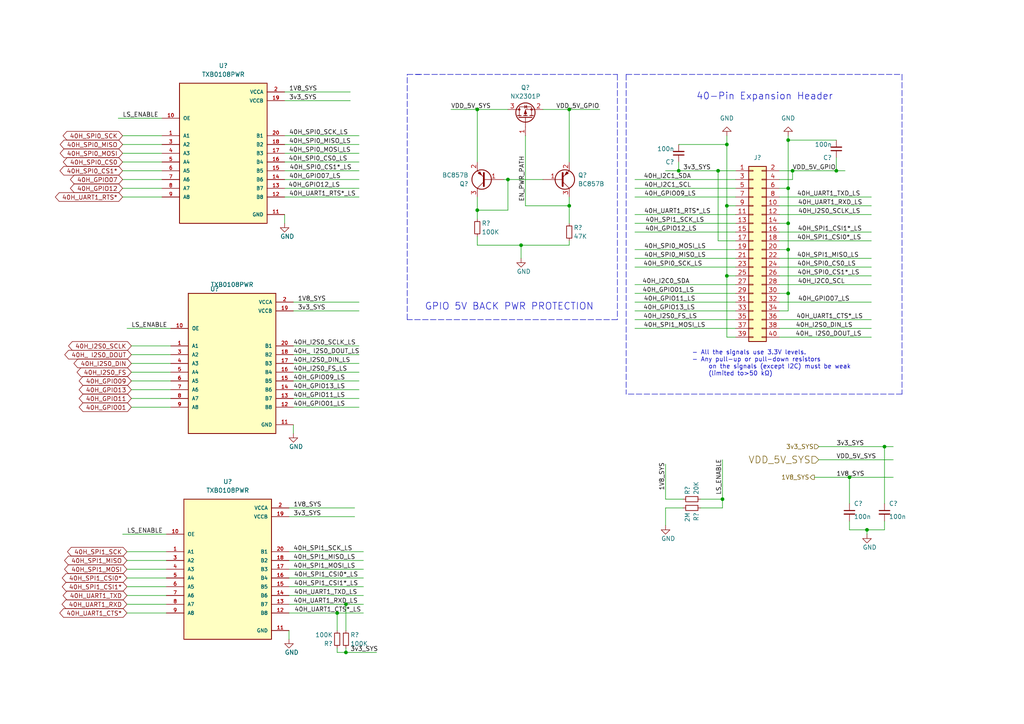
<source format=kicad_sch>
(kicad_sch (version 20211123) (generator eeschema)
  (paper "A4")
  (lib_symbols
    (symbol "Connector_Generic:Conn_02x20_Odd_Even" (pin_names (offset 1.016) hide)
      (property "Reference" "J" (at 1.27 25.4 0))
      (property "Value" "Conn_02x20_Odd_Even" (at 1.27 -27.94 0))
      (symbol "Conn_02x20_Odd_Even_1_1"
        (rectangle (start -1.27 -25.273) (end 0 -25.527) (stroke (width 0.1524)))
        (rectangle (start -1.27 -22.733) (end 0 -22.987) (stroke (width 0.1524)))
        (rectangle (start -1.27 -20.193) (end 0 -20.447) (stroke (width 0.1524)))
        (rectangle (start -1.27 -17.653) (end 0 -17.907) (stroke (width 0.1524)))
        (rectangle (start -1.27 -15.113) (end 0 -15.367) (stroke (width 0.1524)))
        (rectangle (start -1.27 -12.573) (end 0 -12.827) (stroke (width 0.1524)))
        (rectangle (start -1.27 -10.033) (end 0 -10.287) (stroke (width 0.1524)))
        (rectangle (start -1.27 -7.493) (end 0 -7.747) (stroke (width 0.1524)))
        (rectangle (start -1.27 -4.953) (end 0 -5.207) (stroke (width 0.1524)))
        (rectangle (start -1.27 -2.413) (end 0 -2.667) (stroke (width 0.1524)))
        (rectangle (start -1.27 0.127) (end 0 -0.127) (stroke (width 0.1524)))
        (rectangle (start -1.27 2.667) (end 0 2.413) (stroke (width 0.1524)))
        (rectangle (start -1.27 5.207) (end 0 4.953) (stroke (width 0.1524)))
        (rectangle (start -1.27 7.747) (end 0 7.493) (stroke (width 0.1524)))
        (rectangle (start -1.27 10.287) (end 0 10.033) (stroke (width 0.1524)))
        (rectangle (start -1.27 12.827) (end 0 12.573) (stroke (width 0.1524)))
        (rectangle (start -1.27 15.367) (end 0 15.113) (stroke (width 0.1524)))
        (rectangle (start -1.27 17.907) (end 0 17.653) (stroke (width 0.1524)))
        (rectangle (start -1.27 20.447) (end 0 20.193) (stroke (width 0.1524)))
        (rectangle (start -1.27 22.987) (end 0 22.733) (stroke (width 0.1524)))
        (rectangle (start -1.27 24.13) (end 3.81 -26.67) (stroke (width 0.254)) (fill (type background)))
        (rectangle (start 3.81 -25.273) (end 2.54 -25.527) (stroke (width 0.1524)))
        (rectangle (start 3.81 -22.733) (end 2.54 -22.987) (stroke (width 0.1524)))
        (rectangle (start 3.81 -20.193) (end 2.54 -20.447) (stroke (width 0.1524)))
        (rectangle (start 3.81 -17.653) (end 2.54 -17.907) (stroke (width 0.1524)))
        (rectangle (start 3.81 -15.113) (end 2.54 -15.367) (stroke (width 0.1524)))
        (rectangle (start 3.81 -12.573) (end 2.54 -12.827) (stroke (width 0.1524)))
        (rectangle (start 3.81 -10.033) (end 2.54 -10.287) (stroke (width 0.1524)))
        (rectangle (start 3.81 -7.493) (end 2.54 -7.747) (stroke (width 0.1524)))
        (rectangle (start 3.81 -4.953) (end 2.54 -5.207) (stroke (width 0.1524)))
        (rectangle (start 3.81 -2.413) (end 2.54 -2.667) (stroke (width 0.1524)))
        (rectangle (start 3.81 0.127) (end 2.54 -0.127) (stroke (width 0.1524)))
        (rectangle (start 3.81 2.667) (end 2.54 2.413) (stroke (width 0.1524)))
        (rectangle (start 3.81 5.207) (end 2.54 4.953) (stroke (width 0.1524)))
        (rectangle (start 3.81 7.747) (end 2.54 7.493) (stroke (width 0.1524)))
        (rectangle (start 3.81 10.287) (end 2.54 10.033) (stroke (width 0.1524)))
        (rectangle (start 3.81 12.827) (end 2.54 12.573) (stroke (width 0.1524)))
        (rectangle (start 3.81 15.367) (end 2.54 15.113) (stroke (width 0.1524)))
        (rectangle (start 3.81 17.907) (end 2.54 17.653) (stroke (width 0.1524)))
        (rectangle (start 3.81 20.447) (end 2.54 20.193) (stroke (width 0.1524)))
        (rectangle (start 3.81 22.987) (end 2.54 22.733) (stroke (width 0.1524)))
        (pin passive line (at -5.08 22.86 0) (length 3.81) (name "Pin_1") (number "1"))
        (pin passive line (at 7.62 12.7 180) (length 3.81) (name "Pin_10") (number "10"))
        (pin passive line (at -5.08 10.16 0) (length 3.81) (name "Pin_11") (number "11"))
        (pin passive line (at 7.62 10.16 180) (length 3.81) (name "Pin_12") (number "12"))
        (pin passive line (at -5.08 7.62 0) (length 3.81) (name "Pin_13") (number "13"))
        (pin passive line (at 7.62 7.62 180) (length 3.81) (name "Pin_14") (number "14"))
        (pin passive line (at -5.08 5.08 0) (length 3.81) (name "Pin_15") (number "15"))
        (pin passive line (at 7.62 5.08 180) (length 3.81) (name "Pin_16") (number "16"))
        (pin passive line (at -5.08 2.54 0) (length 3.81) (name "Pin_17") (number "17"))
        (pin passive line (at 7.62 2.54 180) (length 3.81) (name "Pin_18") (number "18"))
        (pin passive line (at -5.08 0 0) (length 3.81) (name "Pin_19") (number "19"))
        (pin passive line (at 7.62 22.86 180) (length 3.81) (name "Pin_2") (number "2"))
        (pin passive line (at 7.62 0 180) (length 3.81) (name "Pin_20") (number "20"))
        (pin passive line (at -5.08 -2.54 0) (length 3.81) (name "Pin_21") (number "21"))
        (pin passive line (at 7.62 -2.54 180) (length 3.81) (name "Pin_22") (number "22"))
        (pin passive line (at -5.08 -5.08 0) (length 3.81) (name "Pin_23") (number "23"))
        (pin passive line (at 7.62 -5.08 180) (length 3.81) (name "Pin_24") (number "24"))
        (pin passive line (at -5.08 -7.62 0) (length 3.81) (name "Pin_25") (number "25"))
        (pin passive line (at 7.62 -7.62 180) (length 3.81) (name "Pin_26") (number "26"))
        (pin passive line (at -5.08 -10.16 0) (length 3.81) (name "Pin_27") (number "27"))
        (pin passive line (at 7.62 -10.16 180) (length 3.81) (name "Pin_28") (number "28"))
        (pin passive line (at -5.08 -12.7 0) (length 3.81) (name "Pin_29") (number "29"))
        (pin passive line (at -5.08 20.32 0) (length 3.81) (name "Pin_3") (number "3"))
        (pin passive line (at 7.62 -12.7 180) (length 3.81) (name "Pin_30") (number "30"))
        (pin passive line (at -5.08 -15.24 0) (length 3.81) (name "Pin_31") (number "31"))
        (pin passive line (at 7.62 -15.24 180) (length 3.81) (name "Pin_32") (number "32"))
        (pin passive line (at -5.08 -17.78 0) (length 3.81) (name "Pin_33") (number "33"))
        (pin passive line (at 7.62 -17.78 180) (length 3.81) (name "Pin_34") (number "34"))
        (pin passive line (at -5.08 -20.32 0) (length 3.81) (name "Pin_35") (number "35"))
        (pin passive line (at 7.62 -20.32 180) (length 3.81) (name "Pin_36") (number "36"))
        (pin passive line (at -5.08 -22.86 0) (length 3.81) (name "Pin_37") (number "37"))
        (pin passive line (at 7.62 -22.86 180) (length 3.81) (name "Pin_38") (number "38"))
        (pin passive line (at -5.08 -25.4 0) (length 3.81) (name "Pin_39") (number "39"))
        (pin passive line (at 7.62 20.32 180) (length 3.81) (name "Pin_4") (number "4"))
        (pin passive line (at 7.62 -25.4 180) (length 3.81) (name "Pin_40") (number "40"))
        (pin passive line (at -5.08 17.78 0) (length 3.81) (name "Pin_5") (number "5"))
        (pin passive line (at 7.62 17.78 180) (length 3.81) (name "Pin_6") (number "6"))
        (pin passive line (at -5.08 15.24 0) (length 3.81) (name "Pin_7") (number "7"))
        (pin passive line (at 7.62 15.24 180) (length 3.81) (name "Pin_8") (number "8"))
        (pin passive line (at -5.08 12.7 0) (length 3.81) (name "Pin_9") (number "9"))
      )
    )
    (symbol "Device:C_Small" (pin_numbers hide) (pin_names (offset 0.254) hide)
      (property "Reference" "C" (at 0.254 1.778 0))
      (property "Value" "C_Small" (at 0.254 -2.032 0))
      (symbol "C_Small_0_1"
        (polyline (pts (xy -1.524 -0.508) (xy 1.524 -0.508)) (stroke (width 0.3302)))
        (polyline (pts (xy -1.524 0.508) (xy 1.524 0.508)) (stroke (width 0.3048)))
      )
      (symbol "C_Small_1_1"
        (pin passive line (at 0 2.54 270) (length 2.032) (name "~") (number "1"))
        (pin passive line (at 0 -2.54 90) (length 2.032) (name "~") (number "2"))
      )
    )
    (symbol "Device:Q_PNP_BEC" (pin_names (offset 0) hide)
      (property "Reference" "Q" (at 5.08 1.27 0))
      (property "Value" "Q_PNP_BEC" (at 5.08 -1.27 0))
      (symbol "Q_PNP_BEC_0_1"
        (polyline (pts (xy 0.635 0.635) (xy 2.54 2.54)))
        (polyline (pts (xy 0.635 -0.635) (xy 2.54 -2.54) (xy 2.54 -2.54)))
        (polyline (pts (xy 0.635 1.905) (xy 0.635 -1.905) (xy 0.635 -1.905)) (stroke (width 0.508)))
        (polyline (pts (xy 2.286 -1.778) (xy 1.778 -2.286) (xy 1.27 -1.27) (xy 2.286 -1.778) (xy 2.286 -1.778)) (fill (type outline)))
        (circle (center 1.27 0) (radius 2.8194) (stroke (width 0.254)))
      )
      (symbol "Q_PNP_BEC_1_1"
        (pin input line (at -5.08 0 0) (length 5.715) (name "B") (number "1"))
        (pin passive line (at 2.54 -5.08 90) (length 2.54) (name "E") (number "2"))
        (pin passive line (at 2.54 5.08 270) (length 2.54) (name "C") (number "3"))
      )
    )
    (symbol "Device:R_Small" (pin_numbers hide) (pin_names (offset 0.254) hide)
      (property "Reference" "R" (at 0.762 0.508 0))
      (property "Value" "R_Small" (at 0.762 -1.016 0))
      (symbol "R_Small_0_1"
        (rectangle (start -0.762 1.778) (end 0.762 -1.778) (stroke (width 0.2032)))
      )
      (symbol "R_Small_1_1"
        (pin passive line (at 0 2.54 270) (length 0.762) (name "~") (number "1"))
        (pin passive line (at 0 -2.54 90) (length 0.762) (name "~") (number "2"))
      )
    )
    (symbol "TXB0108PWR:TXB0108PWR" (pin_names (offset 1.016))
      (property "Reference" "U" (at -12.7 23.86 0))
      (property "Value" "TXB0108PWR" (at -12.7 -21.78 0))
      (symbol "TXB0108PWR_0_0"
        (rectangle (start -12.7 -17.78) (end 12.7 22.86) (stroke (width 0.254)) (fill (type background)))
        (pin bidirectional line (at -17.78 7.62 0) (length 5.08) (name "A1") (number "1"))
        (pin input line (at -17.78 12.7 0) (length 5.08) (name "OE") (number "10"))
        (pin power_in line (at 17.78 -15.24 180) (length 5.08) (name "GND") (number "11"))
        (pin bidirectional line (at 17.78 -10.16 180) (length 5.08) (name "B8") (number "12"))
        (pin bidirectional line (at 17.78 -7.62 180) (length 5.08) (name "B7") (number "13"))
        (pin bidirectional line (at 17.78 -5.08 180) (length 5.08) (name "B6") (number "14"))
        (pin bidirectional line (at 17.78 -2.54 180) (length 5.08) (name "B5") (number "15"))
        (pin bidirectional line (at 17.78 0 180) (length 5.08) (name "B4") (number "16"))
        (pin bidirectional line (at 17.78 2.54 180) (length 5.08) (name "B3") (number "17"))
        (pin bidirectional line (at 17.78 5.08 180) (length 5.08) (name "B2") (number "18"))
        (pin power_in line (at 17.78 17.78 180) (length 5.08) (name "VCCB") (number "19"))
        (pin power_in line (at 17.78 20.32 180) (length 5.08) (name "VCCA") (number "2"))
        (pin bidirectional line (at 17.78 7.62 180) (length 5.08) (name "B1") (number "20"))
        (pin bidirectional line (at -17.78 5.08 0) (length 5.08) (name "A2") (number "3"))
        (pin bidirectional line (at -17.78 2.54 0) (length 5.08) (name "A3") (number "4"))
        (pin bidirectional line (at -17.78 0 0) (length 5.08) (name "A4") (number "5"))
        (pin bidirectional line (at -17.78 -2.54 0) (length 5.08) (name "A5") (number "6"))
        (pin bidirectional line (at -17.78 -5.08 0) (length 5.08) (name "A6") (number "7"))
        (pin bidirectional line (at -17.78 -7.62 0) (length 5.08) (name "A7") (number "8"))
        (pin bidirectional line (at -17.78 -10.16 0) (length 5.08) (name "A8") (number "9"))
      )
    )
    (symbol "Transistor_FET:AO3401A" (pin_names hide)
      (property "Reference" "Q" (at 5.08 1.905 0))
      (property "Value" "AO3401A" (at 5.08 0 0))
      (symbol "AO3401A_0_1"
        (polyline (pts (xy 0.254 0) (xy -2.54 0)))
        (polyline (pts (xy 0.254 1.905) (xy 0.254 -1.905)) (stroke (width 0.254)))
        (polyline (pts (xy 0.762 -1.27) (xy 0.762 -2.286)) (stroke (width 0.254)))
        (polyline (pts (xy 0.762 0.508) (xy 0.762 -0.508)) (stroke (width 0.254)))
        (polyline (pts (xy 0.762 2.286) (xy 0.762 1.27)) (stroke (width 0.254)))
        (polyline (pts (xy 2.54 2.54) (xy 2.54 1.778)))
        (polyline (pts (xy 2.54 -2.54) (xy 2.54 0) (xy 0.762 0)))
        (polyline (pts (xy 0.762 1.778) (xy 3.302 1.778) (xy 3.302 -1.778) (xy 0.762 -1.778)))
        (polyline (pts (xy 2.286 0) (xy 1.27 0.381) (xy 1.27 -0.381) (xy 2.286 0)) (fill (type outline)))
        (polyline (pts (xy 2.794 -0.508) (xy 2.921 -0.381) (xy 3.683 -0.381) (xy 3.81 -0.254)))
        (polyline (pts (xy 3.302 -0.381) (xy 2.921 0.254) (xy 3.683 0.254) (xy 3.302 -0.381)))
        (circle (center 1.651 0) (radius 2.794) (stroke (width 0.254)))
        (circle (center 2.54 -1.778) (radius 0.254) (fill (type outline)))
        (circle (center 2.54 1.778) (radius 0.254) (fill (type outline)))
      )
      (symbol "AO3401A_1_1"
        (pin input line (at -5.08 0 0) (length 2.54) (name "G") (number "1"))
        (pin passive line (at 2.54 -5.08 90) (length 2.54) (name "S") (number "2"))
        (pin passive line (at 2.54 5.08 270) (length 2.54) (name "D") (number "3"))
      )
    )
    (symbol "power:GND" (power) (pin_names (offset 0))
      (property "Value" "GND" (at 0 -3.81 0))
      (symbol "GND_0_1"
        (polyline (pts (xy 0 0) (xy 0 -1.27) (xy 1.27 -1.27) (xy 0 -2.54) (xy -1.27 -1.27) (xy 0 -1.27)))
      )
      (symbol "GND_1_1"
        (pin power_in line (at 0 0 270) (length 0) hide (name "GND") (number "1"))
      )
    )
  )
  (junction (at 147.32 52.07))
  (junction (at 246.38 138.43))
  (junction (at 138.43 60.96))
  (junction (at 242.57 49.53))
  (junction (at 210.82 41.91))
  (junction (at 138.43 31.75))
  (junction (at 228.6 85.09))
  (junction (at 165.1 31.75))
  (junction (at 210.82 80.01))
  (junction (at 100.33 189.23))
  (junction (at 196.85 49.53))
  (junction (at 251.46 153.67))
  (junction (at 100.33 175.26))
  (junction (at 209.55 144.78))
  (junction (at 256.54 129.54))
  (junction (at 228.6 72.39))
  (junction (at 228.6 40.64))
  (junction (at 228.6 64.77))
  (junction (at 165.1 59.69))
  (junction (at 151.13 71.12))
  (junction (at 97.79 177.8))
  (junction (at 210.82 59.69))
  (junction (at 208.28 49.53))
  (junction (at 229.87 49.53))
  (junction (at 228.6 54.61))
  (wire (pts (xy 85.09 115.57) (xy 104.14 115.57)))
  (wire (pts (xy 208.28 69.85) (xy 208.28 49.53)))
  (wire (pts (xy 198.12 144.78) (xy 193.04 144.78)))
  (wire (pts (xy 38.1 100.33) (xy 49.53 100.33)))
  (wire (pts (xy 226.06 77.47) (xy 252.73 77.47)))
  (wire (pts (xy 38.1 110.49) (xy 49.53 110.49)))
  (wire (pts (xy 256.54 153.67) (xy 256.54 151.13)))
  (wire (pts (xy 165.1 31.75) (xy 165.1 46.99)))
  (wire (pts (xy 36.83 167.64) (xy 48.26 167.64)))
  (wire (pts (xy 100.33 175.26) (xy 100.33 182.88)))
  (wire (pts (xy 229.87 49.53) (xy 242.57 49.53)))
  (wire (pts (xy 213.36 59.69) (xy 210.82 59.69)))
  (wire (pts (xy 229.87 52.07) (xy 229.87 49.53)))
  (wire (pts (xy 165.1 31.75) (xy 173.99 31.75)))
  (wire (pts (xy 236.22 138.43) (xy 246.38 138.43)))
  (wire (pts (xy 203.2 147.32) (xy 209.55 147.32)))
  (wire (pts (xy 35.56 39.37) (xy 46.99 39.37)))
  (wire (pts (xy 193.04 134.62) (xy 193.04 144.78)))
  (polyline (pts (xy 120.65 21.59) (xy 179.07 21.59)))
  (wire (pts (xy 213.36 80.01) (xy 210.82 80.01)))
  (wire (pts (xy 138.43 60.96) (xy 138.43 63.5)))
  (wire (pts (xy 184.15 77.47) (xy 213.36 77.47)))
  (wire (pts (xy 256.54 129.54) (xy 256.54 146.05)))
  (wire (pts (xy 105.41 162.56) (xy 83.82 162.56)))
  (wire (pts (xy 36.83 162.56) (xy 48.26 162.56)))
  (wire (pts (xy 228.6 64.77) (xy 228.6 54.61)))
  (wire (pts (xy 100.33 175.26) (xy 105.41 175.26)))
  (wire (pts (xy 226.06 62.23) (xy 252.73 62.23)))
  (wire (pts (xy 196.85 49.53) (xy 208.28 49.53)))
  (wire (pts (xy 35.56 41.91) (xy 46.99 41.91)))
  (wire (pts (xy 147.32 52.07) (xy 157.48 52.07)))
  (wire (pts (xy 184.15 90.17) (xy 213.36 90.17)))
  (wire (pts (xy 226.06 52.07) (xy 229.87 52.07)))
  (wire (pts (xy 105.41 160.02) (xy 83.82 160.02)))
  (polyline (pts (xy 179.07 92.71) (xy 118.11 92.71)))
  (wire (pts (xy 226.06 49.53) (xy 229.87 49.53)))
  (wire (pts (xy 226.06 57.15) (xy 252.73 57.15)))
  (wire (pts (xy 97.79 187.96) (xy 97.79 189.23)))
  (wire (pts (xy 237.49 129.54) (xy 256.54 129.54)))
  (wire (pts (xy 104.14 102.87) (xy 85.09 102.87)))
  (wire (pts (xy 246.38 151.13) (xy 246.38 153.67)))
  (wire (pts (xy 100.33 189.23) (xy 100.33 187.96)))
  (wire (pts (xy 246.38 153.67) (xy 251.46 153.67)))
  (wire (pts (xy 184.15 95.25) (xy 213.36 95.25)))
  (wire (pts (xy 226.06 90.17) (xy 228.6 90.17)))
  (wire (pts (xy 193.04 49.53) (xy 196.85 49.53)))
  (wire (pts (xy 151.13 71.12) (xy 151.13 74.93)))
  (wire (pts (xy 242.57 45.72) (xy 242.57 49.53)))
  (wire (pts (xy 226.06 95.25) (xy 252.73 95.25)))
  (wire (pts (xy 210.82 59.69) (xy 210.82 41.91)))
  (wire (pts (xy 85.09 110.49) (xy 104.14 110.49)))
  (wire (pts (xy 34.29 34.29) (xy 46.99 34.29)))
  (wire (pts (xy 97.79 177.8) (xy 97.79 182.88)))
  (polyline (pts (xy 118.11 21.59) (xy 121.92 21.59)))
  (wire (pts (xy 198.12 147.32) (xy 193.04 147.32)))
  (wire (pts (xy 157.48 31.75) (xy 165.1 31.75)))
  (wire (pts (xy 138.43 31.75) (xy 138.43 46.99)))
  (wire (pts (xy 35.56 49.53) (xy 46.99 49.53)))
  (wire (pts (xy 83.82 149.86) (xy 102.87 149.86)))
  (wire (pts (xy 246.38 138.43) (xy 246.38 146.05)))
  (wire (pts (xy 82.55 57.15) (xy 104.14 57.15)))
  (wire (pts (xy 228.6 40.64) (xy 228.6 39.37)))
  (wire (pts (xy 35.56 44.45) (xy 46.99 44.45)))
  (wire (pts (xy 147.32 60.96) (xy 147.32 52.07)))
  (wire (pts (xy 165.1 71.12) (xy 151.13 71.12)))
  (wire (pts (xy 184.15 74.93) (xy 213.36 74.93)))
  (wire (pts (xy 97.79 189.23) (xy 100.33 189.23)))
  (wire (pts (xy 85.09 123.19) (xy 85.09 125.73)))
  (wire (pts (xy 38.1 118.11) (xy 49.53 118.11)))
  (wire (pts (xy 203.2 144.78) (xy 209.55 144.78)))
  (wire (pts (xy 104.14 44.45) (xy 82.55 44.45)))
  (wire (pts (xy 38.1 115.57) (xy 49.53 115.57)))
  (wire (pts (xy 226.06 67.31) (xy 252.73 67.31)))
  (wire (pts (xy 165.1 57.15) (xy 165.1 59.69)))
  (wire (pts (xy 36.83 95.25) (xy 49.53 95.25)))
  (wire (pts (xy 228.6 90.17) (xy 228.6 85.09)))
  (wire (pts (xy 35.56 46.99) (xy 46.99 46.99)))
  (wire (pts (xy 82.55 49.53) (xy 104.14 49.53)))
  (polyline (pts (xy 261.62 21.59) (xy 261.62 114.3)))
  (wire (pts (xy 184.15 92.71) (xy 213.36 92.71)))
  (wire (pts (xy 82.55 52.07) (xy 104.14 52.07)))
  (wire (pts (xy 226.06 87.63) (xy 252.73 87.63)))
  (wire (pts (xy 82.55 26.67) (xy 101.6 26.67)))
  (wire (pts (xy 83.82 175.26) (xy 100.33 175.26)))
  (wire (pts (xy 228.6 54.61) (xy 228.6 40.64)))
  (wire (pts (xy 210.82 97.79) (xy 210.82 80.01)))
  (wire (pts (xy 85.09 87.63) (xy 104.14 87.63)))
  (wire (pts (xy 251.46 153.67) (xy 256.54 153.67)))
  (wire (pts (xy 228.6 72.39) (xy 228.6 64.77)))
  (wire (pts (xy 208.28 49.53) (xy 213.36 49.53)))
  (wire (pts (xy 82.55 46.99) (xy 104.14 46.99)))
  (wire (pts (xy 226.06 59.69) (xy 252.73 59.69)))
  (wire (pts (xy 184.15 57.15) (xy 213.36 57.15)))
  (wire (pts (xy 38.1 113.03) (xy 49.53 113.03)))
  (wire (pts (xy 251.46 154.94) (xy 251.46 153.67)))
  (wire (pts (xy 38.1 105.41) (xy 49.53 105.41)))
  (wire (pts (xy 151.13 71.12) (xy 138.43 71.12)))
  (wire (pts (xy 35.56 52.07) (xy 46.99 52.07)))
  (wire (pts (xy 184.15 52.07) (xy 213.36 52.07)))
  (wire (pts (xy 210.82 80.01) (xy 210.82 59.69)))
  (wire (pts (xy 83.82 172.72) (xy 105.41 172.72)))
  (wire (pts (xy 226.06 80.01) (xy 252.73 80.01)))
  (wire (pts (xy 83.82 182.88) (xy 83.82 185.42)))
  (wire (pts (xy 209.55 147.32) (xy 209.55 144.78)))
  (wire (pts (xy 97.79 177.8) (xy 105.41 177.8)))
  (wire (pts (xy 226.06 92.71) (xy 252.73 92.71)))
  (wire (pts (xy 36.83 170.18) (xy 48.26 170.18)))
  (wire (pts (xy 256.54 129.54) (xy 259.08 129.54)))
  (wire (pts (xy 226.06 97.79) (xy 252.73 97.79)))
  (wire (pts (xy 237.49 133.35) (xy 259.08 133.35)))
  (wire (pts (xy 226.06 82.55) (xy 252.73 82.55)))
  (wire (pts (xy 152.4 59.69) (xy 165.1 59.69)))
  (wire (pts (xy 82.55 62.23) (xy 82.55 64.77)))
  (wire (pts (xy 83.82 147.32) (xy 102.87 147.32)))
  (wire (pts (xy 152.4 39.37) (xy 152.4 59.69)))
  (wire (pts (xy 184.15 67.31) (xy 213.36 67.31)))
  (wire (pts (xy 38.1 102.87) (xy 49.53 102.87)))
  (wire (pts (xy 82.55 54.61) (xy 104.14 54.61)))
  (wire (pts (xy 226.06 54.61) (xy 228.6 54.61)))
  (wire (pts (xy 36.83 160.02) (xy 48.26 160.02)))
  (wire (pts (xy 226.06 74.93) (xy 252.73 74.93)))
  (polyline (pts (xy 118.11 92.71) (xy 118.11 21.59)))
  (wire (pts (xy 83.82 167.64) (xy 105.41 167.64)))
  (wire (pts (xy 193.04 147.32) (xy 193.04 152.4)))
  (wire (pts (xy 165.1 69.85) (xy 165.1 71.12)))
  (wire (pts (xy 184.15 54.61) (xy 213.36 54.61)))
  (wire (pts (xy 138.43 60.96) (xy 147.32 60.96)))
  (wire (pts (xy 184.15 85.09) (xy 213.36 85.09)))
  (wire (pts (xy 35.56 57.15) (xy 46.99 57.15)))
  (wire (pts (xy 184.15 72.39) (xy 213.36 72.39)))
  (wire (pts (xy 138.43 57.15) (xy 138.43 60.96)))
  (wire (pts (xy 184.15 64.77) (xy 213.36 64.77)))
  (wire (pts (xy 213.36 97.79) (xy 210.82 97.79)))
  (wire (pts (xy 165.1 59.69) (xy 165.1 64.77)))
  (wire (pts (xy 38.1 107.95) (xy 49.53 107.95)))
  (wire (pts (xy 85.09 118.11) (xy 104.14 118.11)))
  (wire (pts (xy 104.14 41.91) (xy 82.55 41.91)))
  (wire (pts (xy 184.15 62.23) (xy 213.36 62.23)))
  (wire (pts (xy 228.6 40.64) (xy 242.57 40.64)))
  (wire (pts (xy 83.82 170.18) (xy 105.41 170.18)))
  (wire (pts (xy 226.06 69.85) (xy 252.73 69.85)))
  (wire (pts (xy 210.82 39.37) (xy 210.82 41.91)))
  (wire (pts (xy 82.55 29.21) (xy 101.6 29.21)))
  (wire (pts (xy 36.83 172.72) (xy 48.26 172.72)))
  (wire (pts (xy 104.14 105.41) (xy 85.09 105.41)))
  (wire (pts (xy 196.85 41.91) (xy 210.82 41.91)))
  (wire (pts (xy 36.83 165.1) (xy 48.26 165.1)))
  (wire (pts (xy 85.09 107.95) (xy 104.14 107.95)))
  (wire (pts (xy 105.41 165.1) (xy 83.82 165.1)))
  (wire (pts (xy 226.06 85.09) (xy 228.6 85.09)))
  (polyline (pts (xy 181.61 21.59) (xy 261.62 21.59)))
  (wire (pts (xy 184.15 87.63) (xy 213.36 87.63)))
  (wire (pts (xy 130.81 31.75) (xy 138.43 31.75)))
  (wire (pts (xy 85.09 90.17) (xy 104.14 90.17)))
  (wire (pts (xy 104.14 39.37) (xy 82.55 39.37)))
  (polyline (pts (xy 261.62 114.3) (xy 181.61 114.3)))
  (wire (pts (xy 35.56 154.94) (xy 48.26 154.94)))
  (wire (pts (xy 83.82 177.8) (xy 97.79 177.8)))
  (wire (pts (xy 246.38 138.43) (xy 259.08 138.43)))
  (wire (pts (xy 138.43 71.12) (xy 138.43 68.58)))
  (wire (pts (xy 242.57 49.53) (xy 245.11 49.53)))
  (wire (pts (xy 209.55 133.35) (xy 209.55 144.78)))
  (wire (pts (xy 104.14 100.33) (xy 85.09 100.33)))
  (polyline (pts (xy 181.61 21.59) (xy 181.61 114.3)))
  (wire (pts (xy 36.83 177.8) (xy 48.26 177.8)))
  (wire (pts (xy 100.33 189.23) (xy 109.22 189.23)))
  (wire (pts (xy 85.09 113.03) (xy 104.14 113.03)))
  (wire (pts (xy 146.05 52.07) (xy 147.32 52.07)))
  (wire (pts (xy 147.32 31.75) (xy 138.43 31.75)))
  (wire (pts (xy 226.06 72.39) (xy 228.6 72.39)))
  (wire (pts (xy 196.85 46.99) (xy 196.85 49.53)))
  (wire (pts (xy 184.15 82.55) (xy 213.36 82.55)))
  (polyline (pts (xy 179.07 21.59) (xy 179.07 92.71)))
  (wire (pts (xy 228.6 85.09) (xy 228.6 72.39)))
  (wire (pts (xy 213.36 69.85) (xy 208.28 69.85)))
  (wire (pts (xy 36.83 175.26) (xy 48.26 175.26)))
  (wire (pts (xy 35.56 54.61) (xy 46.99 54.61)))
  (wire (pts (xy 226.06 64.77) (xy 228.6 64.77)))
  (text "40-Pin Expansion Header" (at 201.93 29.21 0) (effects (font (size 2 2)) (justify left bottom)))
  (text "GPIO 5V BACK PWR PROTECTION" (at 123.19 90.17 0) (effects (font (size 2 2)) (justify left bottom)))
  (text "- All the signals use 3.3V levels.\n- Any pull-up or pull-down resistors \n	on the signals (except I2C) must be weak \n	(limited to>50 kΩ)" (at 200.66 109.22 0) (effects (font (size 1.27 1.27)) (justify left bottom)))
  (label "VDD_5V_GPIO" (at 229.87 49.53 0))
  (label "1V8_SYS" (at 193.04 142.24 90))
  (label "40H_SPI1_SCK_LS" (at 187.1429 64.77 0))
  (label "40H_SPI0_MISO_LS" (at 186.7787 74.93 0))
  (label "40H_UART1_CTS*_LS" (at 230.9345 92.71 0))
  (label "EN_PWR_PATH" (at 152.4 58.42 90))
  (label "3v3_SYS" (at 85.09 149.86 0))
  (label "VDD_5V_GPIO" (at 161.29 31.75 0))
  (label "40H_UART1_RTS*_LS" (at 186.7833 62.23 0))
  (label "40H_GPIO09_LS" (at 85.09 110.49 0))
  (label "40H_I2S0_FS_LS" (at 186.5826 92.71 0))
  (label "40H_SPI1_CSI0*_LS" (at 85.2348 167.64 0))
  (label "40H_UART1_RXD_LS" (at 85.09 175.26 0))
  (label "40H_GPIO12_LS" (at 83.6249 54.61 0))
  (label "40H_SPI0_SCK_LS" (at 83.82 39.37 0))
  (label "40H_I2C1_SCL" (at 186.816 54.61 0))
  (label "40H_I2C1_SDA" (at 186.69 52.07 0))
  (label "40H_GPIO12_LS" (at 187.0728 67.31 0))
  (label "40H_ I2S0_DOUT_LS" (at 85.09 102.87 0))
  (label "40H_SPI1_SCK_LS" (at 85.09 160.02 0))
  (label "40H_SPI0_MOSI_LS" (at 186.7787 72.39 0))
  (label "40H_I2S0_SCLK_LS" (at 231.4692 62.23 0))
  (label "40H_GPIO13_LS" (at 186.5826 90.17 0))
  (label "40H_GPIO07_LS" (at 83.82 52.07 0))
  (label "LS_ENABLE" (at 36.83 154.94 0))
  (label "LS_ENABLE" (at 209.55 143.51 90))
  (label "40H_I2S0_DIN_LS" (at 230.782 95.25 0))
  (label "3v3_SYS" (at 198.12 49.53 0))
  (label "40H_SPI0_CS0_LS" (at 83.7033 46.99 0))
  (label "40H_SPI0_MOSI_LS" (at 83.7686 44.45 0))
  (label "40H_I2C0_SDA" (at 186.2884 82.55 0))
  (label "40H_SPI1_MOSI_LS" (at 186.6561 95.25 0))
  (label "40H_GPIO13_LS" (at 85.09 113.03 0))
  (label "40H_I2C0_SCL" (at 231.3804 82.55 0))
  (label "LS_ENABLE" (at 38.1 95.25 0))
  (label "40H_GPIO01_LS" (at 186.3375 85.09 0))
  (label "40H_UART1_TXD_LS" (at 85.2348 172.72 0))
  (label "3v3_SYS" (at 83.82 29.21 0))
  (label "40H_SPI0_SCK_LS" (at 186.5826 77.47 0))
  (label "40H_SPI1_MISO_LS" (at 85.09 162.56 0))
  (label "40H_SPI1_CSI1*_LS" (at 85.2348 170.18 0))
  (label "40H_SPI0_CS0_LS" (at 231.1843 77.47 0))
  (label "40H_SPI1_CSI1*_LS" (at 231.3711 67.31 0))
  (label "40H_GPIO07_LS" (at 231.4294 87.63 0))
  (label "40H_I2S0_DIN_LS" (at 85.09 105.41 0))
  (label "LS_ENABLE" (at 35.56 34.29 0))
  (label "40H_GPIO09_LS" (at 186.8487 57.15 0))
  (label "40H_I2S0_SCLK_LS" (at 85.09 100.33 0))
  (label "40H_I2S0_FS_LS" (at 85.09 107.95 0))
  (label "40H_UART1_CTS*_LS" (at 85.3819 177.8 0))
  (label "40H_SPI1_CSI0*_LS" (at 231.175 69.85 0))
  (label "1V8_SYS" (at 86.36 87.63 0))
  (label "3v3_SYS" (at 86.36 90.17 0))
  (label "VDD_5V_SYS" (at 130.81 31.75 0))
  (label "1V8_SYS" (at 242.57 138.43 0))
  (label "40H_SPI0_CS1*_LS" (at 231.2824 80.01 0))
  (label "40H_GPIO11_LS" (at 85.09 115.57 0))
  (label "40H_ I2S0_DOUT_LS" (at 230.7166 97.79 0))
  (label "40H_UART1_TXD_LS" (at 231.14 57.15 0))
  (label "40H_SPI1_MISO_LS" (at 231.14 74.93 0))
  (label "40H_GPIO01_LS" (at 85.09 118.11 0))
  (label "1V8_SYS" (at 83.82 26.67 0))
  (label "40H_GPIO11_LS" (at 186.69 87.63 0))
  (label "40H_UART1_RXD_LS" (at 231.4201 59.69 0))
  (label "40H_SPI1_MOSI_LS" (at 85.09 165.1 0))
  (label "40H_UART1_RTS*_LS" (at 83.82 57.15 0))
  (label "1V8_SYS" (at 85.09 147.32 0))
  (label "3v3_SYS" (at 242.57 129.54 0))
  (label "3v3_SYS" (at 101.6 189.23 0))
  (label "40H_SPI0_CS1*_LS" (at 83.9647 49.53 0))
  (label "VDD_5V_SYS" (at 242.57 133.35 0))
  (label "40H_SPI0_MISO_LS" (at 83.8013 41.91 0))
  (global_label "40H_I2S0_SCLK" (shape bidirectional) (at 38.1 100.33 180) (property "Intersheet References" "${INTERSHEET_REFS}" (effects hide)))
  (global_label "40H_GPIO12" (shape bidirectional) (at 35.56 54.61 180) (property "Intersheet References" "${INTERSHEET_REFS}" (effects hide)))
  (global_label "40H_SPI0_MISO" (shape bidirectional) (at 35.56 41.91 180) (property "Intersheet References" "${INTERSHEET_REFS}" (effects hide)))
  (global_label "40H_SPI0_CS1*" (shape bidirectional) (at 35.56 49.53 180) (property "Intersheet References" "${INTERSHEET_REFS}" (effects hide)))
  (global_label "40H_UART1_RXD" (shape bidirectional) (at 36.83 175.26 180) (property "Intersheet References" "${INTERSHEET_REFS}" (effects hide)))
  (global_label "40H_GPIO01" (shape bidirectional) (at 38.1 118.11 180) (property "Intersheet References" "${INTERSHEET_REFS}" (effects hide)))
  (global_label "40H_I2S0_FS" (shape bidirectional) (at 38.1 107.95 180) (property "Intersheet References" "${INTERSHEET_REFS}" (effects hide)))
  (global_label "40H_SPI1_CSI0*" (shape bidirectional) (at 36.83 167.64 180) (property "Intersheet References" "${INTERSHEET_REFS}" (effects hide)))
  (global_label "40H_SPI0_SCK" (shape bidirectional) (at 35.56 39.37 180) (property "Intersheet References" "${INTERSHEET_REFS}" (effects hide)))
  (global_label "40H_I2S0_DIN" (shape bidirectional) (at 38.1 105.41 180) (property "Intersheet References" "${INTERSHEET_REFS}" (effects hide)))
  (global_label "40H_UART1_CTS*" (shape bidirectional) (at 36.83 177.8 180) (property "Intersheet References" "${INTERSHEET_REFS}" (effects hide)))
  (global_label "40H_SPI1_MISO" (shape bidirectional) (at 36.83 162.56 180) (property "Intersheet References" "${INTERSHEET_REFS}" (effects hide)))
  (global_label "40H_SPI1_SCK" (shape bidirectional) (at 36.83 160.02 180) (property "Intersheet References" "${INTERSHEET_REFS}" (effects hide)))
  (global_label "40H_UART1_TXD" (shape bidirectional) (at 36.83 172.72 180) (property "Intersheet References" "${INTERSHEET_REFS}" (effects hide)))
  (global_label "40H_GPIO09" (shape bidirectional) (at 38.1 110.49 180) (property "Intersheet References" "${INTERSHEET_REFS}" (effects hide)))
  (global_label "40H_GPIO07" (shape bidirectional) (at 35.56 52.07 180) (property "Intersheet References" "${INTERSHEET_REFS}" (effects hide)))
  (global_label "40H_GPIO13" (shape bidirectional) (at 38.1 113.03 180) (property "Intersheet References" "${INTERSHEET_REFS}" (effects hide)))
  (global_label "40H_SPI1_MOSI" (shape bidirectional) (at 36.83 165.1 180) (property "Intersheet References" "${INTERSHEET_REFS}" (effects hide)))
  (global_label "40H_GPIO11" (shape bidirectional) (at 38.1 115.57 180) (property "Intersheet References" "${INTERSHEET_REFS}" (effects hide)))
  (global_label "40H_SPI0_MOSI" (shape bidirectional) (at 35.56 44.45 180) (property "Intersheet References" "${INTERSHEET_REFS}" (effects hide)))
  (global_label "40H_SPI0_CS0" (shape bidirectional) (at 35.56 46.99 180) (property "Intersheet References" "${INTERSHEET_REFS}" (effects hide)))
  (global_label "40H_SPI1_CSI1*" (shape bidirectional) (at 36.83 170.18 180) (property "Intersheet References" "${INTERSHEET_REFS}" (effects hide)))
  (global_label "40H_ I2S0_DOUT" (shape bidirectional) (at 38.1 102.87 180) (property "Intersheet References" "${INTERSHEET_REFS}" (effects hide)))
  (global_label "40H_UART1_RTS*" (shape bidirectional) (at 35.56 57.15 180) (property "Intersheet References" "${INTERSHEET_REFS}" (effects hide)))
  (hierarchical_label "VDD_5V_SYS" (shape input) (at 237.49 133.35 180) (effects (font (size 2.0066 2.0066))))
  (hierarchical_label "1V8_SYS" (shape output) (at 236.22 138.43 180))
  (hierarchical_label "3v3_SYS" (shape input) (at 237.49 129.54 180))
  (symbol (lib_id "power:GND") (at 193.04 152.4 0) (unit 1)
    (property "Reference" "#PWR?" (effects hide))
    (property "Value" "GND" (at 191.77 156.21 0) (effects (justify left)))
  )
  (symbol (lib_id "Device:C_Small") (at 256.54 148.59 0) (unit 1)
    (property "Reference" "C?" (at 257.81 146.05 0) (effects (justify left)))
    (property "Value" "100n" (at 257.81 149.86 0) (effects (justify left)))
    (property "Footprint" "Capacitor_SMD:C_0402_1005Metric" (effects hide))
  )
  (symbol (lib_id "Transistor_FET:AO3401A") (at 152.4 34.29 90) (unit 1)
    (property "Reference" "Q?" (at 152.4 25.4 90))
    (property "Value" "NX2301P" (at 152.4 27.94 90))
    (property "Footprint" "Package_TO_SOT_SMD:SOT-23" (effects hide))
    (property "LCSC" "C191273" (effects hide))
    (property "ALT" "NTS4101PT1G" (effects hide))
  )
  (symbol (lib_id "Device:C_Small") (at 242.57 43.18 180) (unit 1)
    (property "Reference" "C?" (at 241.3 45.72 0) (effects (justify left)))
    (property "Value" "100n" (at 241.3 41.91 0) (effects (justify left)))
    (property "Footprint" "Capacitor_SMD:C_0402_1005Metric" (effects hide))
  )
  (symbol (lib_id "Device:R_Small") (at 100.33 185.42 0) (unit 1)
    (property "Reference" "R?" (at 101.6 184.15 0) (effects (justify left)))
    (property "Value" "100K" (at 101.6 186.69 0) (effects (justify left)))
  )
  (symbol (lib_id "Device:R_Small") (at 138.43 66.04 0) (unit 1)
    (property "Reference" "R?" (at 139.7 64.77 0) (effects (justify left)))
    (property "Value" "100K" (at 139.7 67.31 0) (effects (justify left)))
  )
  (symbol (lib_id "power:GND") (at 210.82 39.37 180) (unit 1)
    (property "Reference" "#PWR?" (effects hide))
    (property "Value" "GND" (at 210.82 34.29 0))
  )
  (symbol (lib_id "Device:C_Small") (at 196.85 44.45 180) (unit 1)
    (property "Reference" "C?" (at 195.58 46.99 0) (effects (justify left)))
    (property "Value" "100n" (at 195.58 43.18 0) (effects (justify left)))
    (property "Footprint" "Capacitor_SMD:C_0402_1005Metric" (effects hide))
  )
  (symbol (lib_id "TXB0108PWR:TXB0108PWR") (at 64.77 46.99 0) (unit 1)
    (property "Reference" "U?" (at 64.77 19.05 0))
    (property "Value" "TXB0108PWR" (at 64.77 21.59 0))
    (property "Footprint" "SOP65P640X120-20N" (effects hide))
    (property "PARTREV" "H" (effects hide))
    (property "MANUFACTURER" "Texas Instruments" (effects hide))
    (property "MAXIMUM_PACKAGE_HEIGHT" "1.2mm" (effects hide))
    (property "STANDARD" "IPC-7351B" (effects hide))
    (property "LCSC" "C53406" (effects hide))
  )
  (symbol (lib_id "Device:R_Small") (at 165.1 67.31 0) (unit 1)
    (property "Reference" "R?" (at 166.37 66.04 0) (effects (justify left)))
    (property "Value" "47K" (at 166.37 68.58 0) (effects (justify left)))
  )
  (symbol (lib_id "Connector_Generic:Conn_02x20_Odd_Even") (at 218.44 72.39 0) (unit 1)
    (property "Reference" "J?" (at 219.71 45.72 0))
    (property "Value" "Conn_02x20_Odd_Even" (effects hide))
    (property "Footprint" "Connector_PinHeader_2.54mm:PinHeader_2x20_P2.54mm_Vertical" (effects hide))
  )
  (symbol (lib_id "power:GND") (at 83.82 185.42 0) (unit 1)
    (property "Reference" "#PWR?" (effects hide))
    (property "Value" "GND" (at 82.55 189.23 0) (effects (justify left)))
  )
  (symbol (lib_id "TXB0108PWR:TXB0108PWR") (at 67.31 107.95 0) (unit 1)
    (property "Reference" "U?" (at 62.23 83.82 0))
    (property "Value" "TXB0108PWR" (at 67.31 82.55 0))
    (property "Footprint" "SOP65P640X120-20N" (effects hide))
    (property "PARTREV" "H" (effects hide))
    (property "MANUFACTURER" "Texas Instruments" (effects hide))
    (property "MAXIMUM_PACKAGE_HEIGHT" "1.2mm" (effects hide))
    (property "STANDARD" "IPC-7351B" (effects hide))
    (property "LCSC" "C53406" (effects hide))
  )
  (symbol (lib_id "power:GND") (at 251.46 154.94 0) (unit 1)
    (property "Reference" "#PWR?" (effects hide))
    (property "Value" "GND" (at 250.19 158.75 0) (effects (justify left)))
  )
  (symbol (lib_id "Device:R_Small") (at 200.66 144.78 90) (unit 1)
    (property "Reference" "R?" (at 199.39 143.51 0) (effects (justify left)))
    (property "Value" "20K" (at 201.93 143.51 0) (effects (justify left)))
  )
  (symbol (lib_id "power:GND") (at 228.6 39.37 180) (unit 1)
    (property "Reference" "#PWR?" (effects hide))
    (property "Value" "GND" (at 228.6 34.29 0))
  )
  (symbol (lib_id "power:GND") (at 82.55 64.77 0) (unit 1)
    (property "Reference" "#PWR?" (effects hide))
    (property "Value" "GND" (at 81.28 68.58 0) (effects (justify left)))
  )
  (symbol (lib_id "power:GND") (at 85.09 125.73 0) (unit 1)
    (property "Reference" "#PWR?" (effects hide))
    (property "Value" "GND" (at 83.82 129.54 0) (effects (justify left)))
  )
  (symbol (lib_id "Device:R_Small") (at 200.66 147.32 270) (unit 1)
    (property "Reference" "R?" (at 201.93 148.59 0) (effects (justify left)))
    (property "Value" "2M" (at 199.39 148.59 0) (effects (justify left)))
  )
  (symbol (lib_id "Device:C_Small") (at 246.38 148.59 0) (unit 1)
    (property "Reference" "C?" (at 247.65 146.05 0) (effects (justify left)))
    (property "Value" "100n" (at 247.65 149.86 0) (effects (justify left)))
    (property "Footprint" "Capacitor_SMD:C_0402_1005Metric" (effects hide))
  )
  (symbol (lib_id "Device:R_Small") (at 97.79 185.42 180) (unit 1)
    (property "Reference" "R?" (at 96.52 186.69 0) (effects (justify left)))
    (property "Value" "100K" (at 96.52 184.15 0) (effects (justify left)))
  )
  (symbol (lib_id "power:GND") (at 151.13 74.93 0) (unit 1)
    (property "Reference" "#PWR?" (effects hide))
    (property "Value" "GND" (at 149.86 78.74 0) (effects (justify left)))
  )
  (symbol (lib_id "TXB0108PWR:TXB0108PWR") (at 66.04 167.64 0) (unit 1)
    (property "Reference" "U?" (at 66.04 139.7 0))
    (property "Value" "TXB0108PWR" (at 66.04 142.24 0))
    (property "Footprint" "SOP65P640X120-20N" (effects hide))
    (property "PARTREV" "H" (effects hide))
    (property "MANUFACTURER" "Texas Instruments" (effects hide))
    (property "MAXIMUM_PACKAGE_HEIGHT" "1.2mm" (effects hide))
    (property "STANDARD" "IPC-7351B" (effects hide))
    (property "LCSC" "C53406" (effects hide))
  )
  (symbol (lib_id "Device:Q_PNP_BEC") (at 162.56 52.07 0) (mirror x) (unit 1)
    (property "Reference" "Q?" (at 167.64 50.7999 0) (effects (justify left)))
    (property "Value" "BC857B" (at 167.64 53.3399 0) (effects (justify left)))
    (property "LCSC" "C556165" (effects hide))
  )
  (symbol (lib_id "Device:Q_PNP_BEC") (at 140.97 52.07 180) (unit 1)
    (property "Reference" "Q?" (at 135.89 53.3401 0) (effects (justify left)))
    (property "Value" "BC857B" (at 135.89 50.8001 0) (effects (justify left)))
    (property "LCSC" "C556165" (effects hide))
  )
)
</source>
